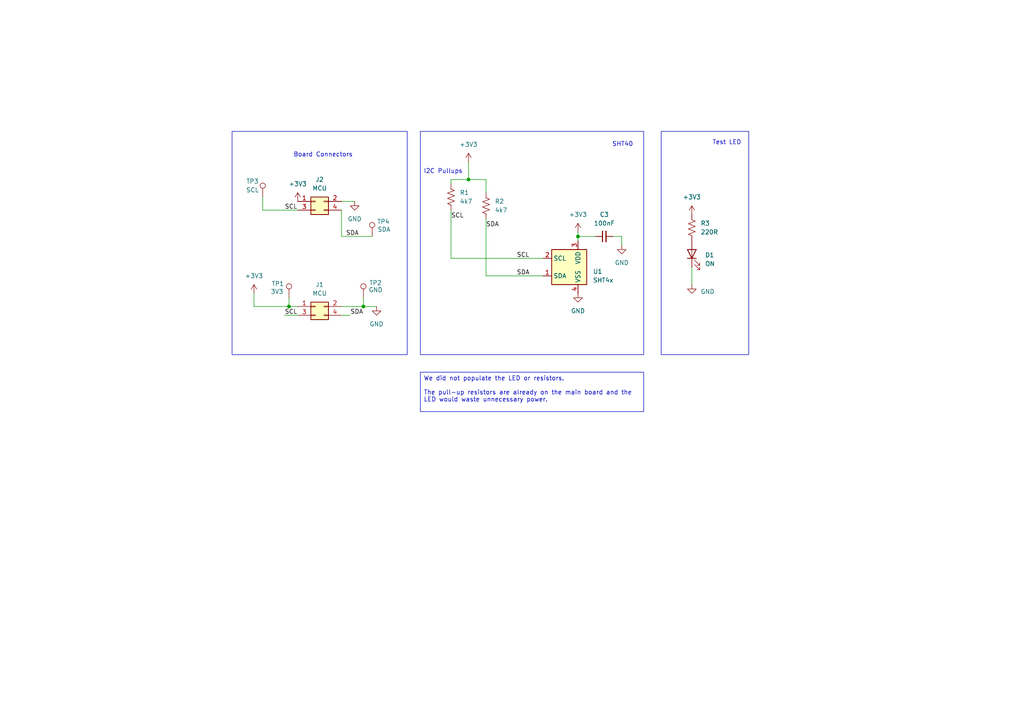
<source format=kicad_sch>
(kicad_sch
	(version 20231120)
	(generator "eeschema")
	(generator_version "8.0")
	(uuid "0e0375ac-08e4-40c3-89b5-e06aacaadd80")
	(paper "A4")
	(title_block
		(title "SHT40 Board")
		(date "2025-05-13")
	)
	(lib_symbols
		(symbol "Connector:TestPoint"
			(pin_numbers hide)
			(pin_names
				(offset 0.762) hide)
			(exclude_from_sim no)
			(in_bom yes)
			(on_board yes)
			(property "Reference" "TP"
				(at 0 6.858 0)
				(effects
					(font
						(size 1.27 1.27)
					)
				)
			)
			(property "Value" "TestPoint"
				(at 0 5.08 0)
				(effects
					(font
						(size 1.27 1.27)
					)
				)
			)
			(property "Footprint" ""
				(at 5.08 0 0)
				(effects
					(font
						(size 1.27 1.27)
					)
					(hide yes)
				)
			)
			(property "Datasheet" "~"
				(at 5.08 0 0)
				(effects
					(font
						(size 1.27 1.27)
					)
					(hide yes)
				)
			)
			(property "Description" "test point"
				(at 0 0 0)
				(effects
					(font
						(size 1.27 1.27)
					)
					(hide yes)
				)
			)
			(property "ki_keywords" "test point tp"
				(at 0 0 0)
				(effects
					(font
						(size 1.27 1.27)
					)
					(hide yes)
				)
			)
			(property "ki_fp_filters" "Pin* Test*"
				(at 0 0 0)
				(effects
					(font
						(size 1.27 1.27)
					)
					(hide yes)
				)
			)
			(symbol "TestPoint_0_1"
				(circle
					(center 0 3.302)
					(radius 0.762)
					(stroke
						(width 0)
						(type default)
					)
					(fill
						(type none)
					)
				)
			)
			(symbol "TestPoint_1_1"
				(pin passive line
					(at 0 0 90)
					(length 2.54)
					(name "1"
						(effects
							(font
								(size 1.27 1.27)
							)
						)
					)
					(number "1"
						(effects
							(font
								(size 1.27 1.27)
							)
						)
					)
				)
			)
		)
		(symbol "Connector_Generic:Conn_02x02_Odd_Even"
			(pin_names
				(offset 1.016) hide)
			(exclude_from_sim no)
			(in_bom yes)
			(on_board yes)
			(property "Reference" "J"
				(at 1.27 2.54 0)
				(effects
					(font
						(size 1.27 1.27)
					)
				)
			)
			(property "Value" "Conn_02x02_Odd_Even"
				(at 1.27 -5.08 0)
				(effects
					(font
						(size 1.27 1.27)
					)
				)
			)
			(property "Footprint" ""
				(at 0 0 0)
				(effects
					(font
						(size 1.27 1.27)
					)
					(hide yes)
				)
			)
			(property "Datasheet" "~"
				(at 0 0 0)
				(effects
					(font
						(size 1.27 1.27)
					)
					(hide yes)
				)
			)
			(property "Description" "Generic connector, double row, 02x02, odd/even pin numbering scheme (row 1 odd numbers, row 2 even numbers), script generated (kicad-library-utils/schlib/autogen/connector/)"
				(at 0 0 0)
				(effects
					(font
						(size 1.27 1.27)
					)
					(hide yes)
				)
			)
			(property "ki_keywords" "connector"
				(at 0 0 0)
				(effects
					(font
						(size 1.27 1.27)
					)
					(hide yes)
				)
			)
			(property "ki_fp_filters" "Connector*:*_2x??_*"
				(at 0 0 0)
				(effects
					(font
						(size 1.27 1.27)
					)
					(hide yes)
				)
			)
			(symbol "Conn_02x02_Odd_Even_1_1"
				(rectangle
					(start -1.27 -2.413)
					(end 0 -2.667)
					(stroke
						(width 0.1524)
						(type default)
					)
					(fill
						(type none)
					)
				)
				(rectangle
					(start -1.27 0.127)
					(end 0 -0.127)
					(stroke
						(width 0.1524)
						(type default)
					)
					(fill
						(type none)
					)
				)
				(rectangle
					(start -1.27 1.27)
					(end 3.81 -3.81)
					(stroke
						(width 0.254)
						(type default)
					)
					(fill
						(type background)
					)
				)
				(rectangle
					(start 3.81 -2.413)
					(end 2.54 -2.667)
					(stroke
						(width 0.1524)
						(type default)
					)
					(fill
						(type none)
					)
				)
				(rectangle
					(start 3.81 0.127)
					(end 2.54 -0.127)
					(stroke
						(width 0.1524)
						(type default)
					)
					(fill
						(type none)
					)
				)
				(pin passive line
					(at -5.08 0 0)
					(length 3.81)
					(name "Pin_1"
						(effects
							(font
								(size 1.27 1.27)
							)
						)
					)
					(number "1"
						(effects
							(font
								(size 1.27 1.27)
							)
						)
					)
				)
				(pin passive line
					(at 7.62 0 180)
					(length 3.81)
					(name "Pin_2"
						(effects
							(font
								(size 1.27 1.27)
							)
						)
					)
					(number "2"
						(effects
							(font
								(size 1.27 1.27)
							)
						)
					)
				)
				(pin passive line
					(at -5.08 -2.54 0)
					(length 3.81)
					(name "Pin_3"
						(effects
							(font
								(size 1.27 1.27)
							)
						)
					)
					(number "3"
						(effects
							(font
								(size 1.27 1.27)
							)
						)
					)
				)
				(pin passive line
					(at 7.62 -2.54 180)
					(length 3.81)
					(name "Pin_4"
						(effects
							(font
								(size 1.27 1.27)
							)
						)
					)
					(number "4"
						(effects
							(font
								(size 1.27 1.27)
							)
						)
					)
				)
			)
		)
		(symbol "Device:C_Small"
			(pin_numbers hide)
			(pin_names
				(offset 0.254) hide)
			(exclude_from_sim no)
			(in_bom yes)
			(on_board yes)
			(property "Reference" "C"
				(at 0.254 1.778 0)
				(effects
					(font
						(size 1.27 1.27)
					)
					(justify left)
				)
			)
			(property "Value" "C_Small"
				(at 0.254 -2.032 0)
				(effects
					(font
						(size 1.27 1.27)
					)
					(justify left)
				)
			)
			(property "Footprint" ""
				(at 0 0 0)
				(effects
					(font
						(size 1.27 1.27)
					)
					(hide yes)
				)
			)
			(property "Datasheet" "~"
				(at 0 0 0)
				(effects
					(font
						(size 1.27 1.27)
					)
					(hide yes)
				)
			)
			(property "Description" "Unpolarized capacitor, small symbol"
				(at 0 0 0)
				(effects
					(font
						(size 1.27 1.27)
					)
					(hide yes)
				)
			)
			(property "ki_keywords" "capacitor cap"
				(at 0 0 0)
				(effects
					(font
						(size 1.27 1.27)
					)
					(hide yes)
				)
			)
			(property "ki_fp_filters" "C_*"
				(at 0 0 0)
				(effects
					(font
						(size 1.27 1.27)
					)
					(hide yes)
				)
			)
			(symbol "C_Small_0_1"
				(polyline
					(pts
						(xy -1.524 -0.508) (xy 1.524 -0.508)
					)
					(stroke
						(width 0.3302)
						(type default)
					)
					(fill
						(type none)
					)
				)
				(polyline
					(pts
						(xy -1.524 0.508) (xy 1.524 0.508)
					)
					(stroke
						(width 0.3048)
						(type default)
					)
					(fill
						(type none)
					)
				)
			)
			(symbol "C_Small_1_1"
				(pin passive line
					(at 0 2.54 270)
					(length 2.032)
					(name "~"
						(effects
							(font
								(size 1.27 1.27)
							)
						)
					)
					(number "1"
						(effects
							(font
								(size 1.27 1.27)
							)
						)
					)
				)
				(pin passive line
					(at 0 -2.54 90)
					(length 2.032)
					(name "~"
						(effects
							(font
								(size 1.27 1.27)
							)
						)
					)
					(number "2"
						(effects
							(font
								(size 1.27 1.27)
							)
						)
					)
				)
			)
		)
		(symbol "Device:LED"
			(pin_numbers hide)
			(pin_names
				(offset 1.016) hide)
			(exclude_from_sim no)
			(in_bom yes)
			(on_board yes)
			(property "Reference" "D"
				(at 0 2.54 0)
				(effects
					(font
						(size 1.27 1.27)
					)
				)
			)
			(property "Value" "LED"
				(at 0 -2.54 0)
				(effects
					(font
						(size 1.27 1.27)
					)
				)
			)
			(property "Footprint" ""
				(at 0 0 0)
				(effects
					(font
						(size 1.27 1.27)
					)
					(hide yes)
				)
			)
			(property "Datasheet" "~"
				(at 0 0 0)
				(effects
					(font
						(size 1.27 1.27)
					)
					(hide yes)
				)
			)
			(property "Description" "Light emitting diode"
				(at 0 0 0)
				(effects
					(font
						(size 1.27 1.27)
					)
					(hide yes)
				)
			)
			(property "ki_keywords" "LED diode"
				(at 0 0 0)
				(effects
					(font
						(size 1.27 1.27)
					)
					(hide yes)
				)
			)
			(property "ki_fp_filters" "LED* LED_SMD:* LED_THT:*"
				(at 0 0 0)
				(effects
					(font
						(size 1.27 1.27)
					)
					(hide yes)
				)
			)
			(symbol "LED_0_1"
				(polyline
					(pts
						(xy -1.27 -1.27) (xy -1.27 1.27)
					)
					(stroke
						(width 0.254)
						(type default)
					)
					(fill
						(type none)
					)
				)
				(polyline
					(pts
						(xy -1.27 0) (xy 1.27 0)
					)
					(stroke
						(width 0)
						(type default)
					)
					(fill
						(type none)
					)
				)
				(polyline
					(pts
						(xy 1.27 -1.27) (xy 1.27 1.27) (xy -1.27 0) (xy 1.27 -1.27)
					)
					(stroke
						(width 0.254)
						(type default)
					)
					(fill
						(type none)
					)
				)
				(polyline
					(pts
						(xy -3.048 -0.762) (xy -4.572 -2.286) (xy -3.81 -2.286) (xy -4.572 -2.286) (xy -4.572 -1.524)
					)
					(stroke
						(width 0)
						(type default)
					)
					(fill
						(type none)
					)
				)
				(polyline
					(pts
						(xy -1.778 -0.762) (xy -3.302 -2.286) (xy -2.54 -2.286) (xy -3.302 -2.286) (xy -3.302 -1.524)
					)
					(stroke
						(width 0)
						(type default)
					)
					(fill
						(type none)
					)
				)
			)
			(symbol "LED_1_1"
				(pin passive line
					(at -3.81 0 0)
					(length 2.54)
					(name "K"
						(effects
							(font
								(size 1.27 1.27)
							)
						)
					)
					(number "1"
						(effects
							(font
								(size 1.27 1.27)
							)
						)
					)
				)
				(pin passive line
					(at 3.81 0 180)
					(length 2.54)
					(name "A"
						(effects
							(font
								(size 1.27 1.27)
							)
						)
					)
					(number "2"
						(effects
							(font
								(size 1.27 1.27)
							)
						)
					)
				)
			)
		)
		(symbol "Device:R_US"
			(pin_numbers hide)
			(pin_names
				(offset 0)
			)
			(exclude_from_sim no)
			(in_bom yes)
			(on_board yes)
			(property "Reference" "R"
				(at 2.54 0 90)
				(effects
					(font
						(size 1.27 1.27)
					)
				)
			)
			(property "Value" "R_US"
				(at -2.54 0 90)
				(effects
					(font
						(size 1.27 1.27)
					)
				)
			)
			(property "Footprint" ""
				(at 1.016 -0.254 90)
				(effects
					(font
						(size 1.27 1.27)
					)
					(hide yes)
				)
			)
			(property "Datasheet" "~"
				(at 0 0 0)
				(effects
					(font
						(size 1.27 1.27)
					)
					(hide yes)
				)
			)
			(property "Description" "Resistor, US symbol"
				(at 0 0 0)
				(effects
					(font
						(size 1.27 1.27)
					)
					(hide yes)
				)
			)
			(property "ki_keywords" "R res resistor"
				(at 0 0 0)
				(effects
					(font
						(size 1.27 1.27)
					)
					(hide yes)
				)
			)
			(property "ki_fp_filters" "R_*"
				(at 0 0 0)
				(effects
					(font
						(size 1.27 1.27)
					)
					(hide yes)
				)
			)
			(symbol "R_US_0_1"
				(polyline
					(pts
						(xy 0 -2.286) (xy 0 -2.54)
					)
					(stroke
						(width 0)
						(type default)
					)
					(fill
						(type none)
					)
				)
				(polyline
					(pts
						(xy 0 2.286) (xy 0 2.54)
					)
					(stroke
						(width 0)
						(type default)
					)
					(fill
						(type none)
					)
				)
				(polyline
					(pts
						(xy 0 -0.762) (xy 1.016 -1.143) (xy 0 -1.524) (xy -1.016 -1.905) (xy 0 -2.286)
					)
					(stroke
						(width 0)
						(type default)
					)
					(fill
						(type none)
					)
				)
				(polyline
					(pts
						(xy 0 0.762) (xy 1.016 0.381) (xy 0 0) (xy -1.016 -0.381) (xy 0 -0.762)
					)
					(stroke
						(width 0)
						(type default)
					)
					(fill
						(type none)
					)
				)
				(polyline
					(pts
						(xy 0 2.286) (xy 1.016 1.905) (xy 0 1.524) (xy -1.016 1.143) (xy 0 0.762)
					)
					(stroke
						(width 0)
						(type default)
					)
					(fill
						(type none)
					)
				)
			)
			(symbol "R_US_1_1"
				(pin passive line
					(at 0 3.81 270)
					(length 1.27)
					(name "~"
						(effects
							(font
								(size 1.27 1.27)
							)
						)
					)
					(number "1"
						(effects
							(font
								(size 1.27 1.27)
							)
						)
					)
				)
				(pin passive line
					(at 0 -3.81 90)
					(length 1.27)
					(name "~"
						(effects
							(font
								(size 1.27 1.27)
							)
						)
					)
					(number "2"
						(effects
							(font
								(size 1.27 1.27)
							)
						)
					)
				)
			)
		)
		(symbol "Sensor_Humidity:SHT4x"
			(exclude_from_sim no)
			(in_bom yes)
			(on_board yes)
			(property "Reference" "U"
				(at 0 8.89 0)
				(effects
					(font
						(size 1.27 1.27)
					)
					(justify right)
				)
			)
			(property "Value" "SHT4x"
				(at 0 6.35 0)
				(effects
					(font
						(size 1.27 1.27)
					)
					(justify right)
				)
			)
			(property "Footprint" "Sensor_Humidity:Sensirion_DFN-4_1.5x1.5mm_P0.8mm_SHT4x_NoCentralPad"
				(at 3.81 -6.35 0)
				(effects
					(font
						(size 1.27 1.27)
					)
					(justify left)
					(hide yes)
				)
			)
			(property "Datasheet" "https://sensirion.com/media/documents/33FD6951/624C4357/Datasheet_SHT4x.pdf"
				(at 3.81 -8.89 0)
				(effects
					(font
						(size 1.27 1.27)
					)
					(justify left)
					(hide yes)
				)
			)
			(property "Description" "Digital Humidity and Temperature Sensor, ±1%RH, ±0.1°C, I2C, 1.08-3.6V, 16bit, DFN-4"
				(at 0 0 0)
				(effects
					(font
						(size 1.27 1.27)
					)
					(hide yes)
				)
			)
			(property "ki_keywords" "Sensirion environment environmental measurement digital SHT40 SHT41 SHT45"
				(at 0 0 0)
				(effects
					(font
						(size 1.27 1.27)
					)
					(hide yes)
				)
			)
			(property "ki_fp_filters" "Sensirion?DFN*1.5x1.5mm*P0.8mm*SHT4x*"
				(at 0 0 0)
				(effects
					(font
						(size 1.27 1.27)
					)
					(hide yes)
				)
			)
			(symbol "SHT4x_1_1"
				(rectangle
					(start -5.08 5.08)
					(end 5.08 -5.08)
					(stroke
						(width 0.254)
						(type default)
					)
					(fill
						(type background)
					)
				)
				(pin bidirectional line
					(at -7.62 -2.54 0)
					(length 2.54)
					(name "SDA"
						(effects
							(font
								(size 1.27 1.27)
							)
						)
					)
					(number "1"
						(effects
							(font
								(size 1.27 1.27)
							)
						)
					)
				)
				(pin input line
					(at -7.62 2.54 0)
					(length 2.54)
					(name "SCL"
						(effects
							(font
								(size 1.27 1.27)
							)
						)
					)
					(number "2"
						(effects
							(font
								(size 1.27 1.27)
							)
						)
					)
				)
				(pin power_in line
					(at 2.54 7.62 270)
					(length 2.54)
					(name "VDD"
						(effects
							(font
								(size 1.27 1.27)
							)
						)
					)
					(number "3"
						(effects
							(font
								(size 1.27 1.27)
							)
						)
					)
				)
				(pin power_in line
					(at 2.54 -7.62 90)
					(length 2.54)
					(name "VSS"
						(effects
							(font
								(size 1.27 1.27)
							)
						)
					)
					(number "4"
						(effects
							(font
								(size 1.27 1.27)
							)
						)
					)
				)
			)
		)
		(symbol "power:+3V3"
			(power)
			(pin_numbers hide)
			(pin_names
				(offset 0) hide)
			(exclude_from_sim no)
			(in_bom yes)
			(on_board yes)
			(property "Reference" "#PWR"
				(at 0 -3.81 0)
				(effects
					(font
						(size 1.27 1.27)
					)
					(hide yes)
				)
			)
			(property "Value" "+3V3"
				(at 0 3.556 0)
				(effects
					(font
						(size 1.27 1.27)
					)
				)
			)
			(property "Footprint" ""
				(at 0 0 0)
				(effects
					(font
						(size 1.27 1.27)
					)
					(hide yes)
				)
			)
			(property "Datasheet" ""
				(at 0 0 0)
				(effects
					(font
						(size 1.27 1.27)
					)
					(hide yes)
				)
			)
			(property "Description" "Power symbol creates a global label with name \"+3V3\""
				(at 0 0 0)
				(effects
					(font
						(size 1.27 1.27)
					)
					(hide yes)
				)
			)
			(property "ki_keywords" "global power"
				(at 0 0 0)
				(effects
					(font
						(size 1.27 1.27)
					)
					(hide yes)
				)
			)
			(symbol "+3V3_0_1"
				(polyline
					(pts
						(xy -0.762 1.27) (xy 0 2.54)
					)
					(stroke
						(width 0)
						(type default)
					)
					(fill
						(type none)
					)
				)
				(polyline
					(pts
						(xy 0 0) (xy 0 2.54)
					)
					(stroke
						(width 0)
						(type default)
					)
					(fill
						(type none)
					)
				)
				(polyline
					(pts
						(xy 0 2.54) (xy 0.762 1.27)
					)
					(stroke
						(width 0)
						(type default)
					)
					(fill
						(type none)
					)
				)
			)
			(symbol "+3V3_1_1"
				(pin power_in line
					(at 0 0 90)
					(length 0)
					(name "~"
						(effects
							(font
								(size 1.27 1.27)
							)
						)
					)
					(number "1"
						(effects
							(font
								(size 1.27 1.27)
							)
						)
					)
				)
			)
		)
		(symbol "power:GND"
			(power)
			(pin_numbers hide)
			(pin_names
				(offset 0) hide)
			(exclude_from_sim no)
			(in_bom yes)
			(on_board yes)
			(property "Reference" "#PWR"
				(at 0 -6.35 0)
				(effects
					(font
						(size 1.27 1.27)
					)
					(hide yes)
				)
			)
			(property "Value" "GND"
				(at 0 -3.81 0)
				(effects
					(font
						(size 1.27 1.27)
					)
				)
			)
			(property "Footprint" ""
				(at 0 0 0)
				(effects
					(font
						(size 1.27 1.27)
					)
					(hide yes)
				)
			)
			(property "Datasheet" ""
				(at 0 0 0)
				(effects
					(font
						(size 1.27 1.27)
					)
					(hide yes)
				)
			)
			(property "Description" "Power symbol creates a global label with name \"GND\" , ground"
				(at 0 0 0)
				(effects
					(font
						(size 1.27 1.27)
					)
					(hide yes)
				)
			)
			(property "ki_keywords" "global power"
				(at 0 0 0)
				(effects
					(font
						(size 1.27 1.27)
					)
					(hide yes)
				)
			)
			(symbol "GND_0_1"
				(polyline
					(pts
						(xy 0 0) (xy 0 -1.27) (xy 1.27 -1.27) (xy 0 -2.54) (xy -1.27 -1.27) (xy 0 -1.27)
					)
					(stroke
						(width 0)
						(type default)
					)
					(fill
						(type none)
					)
				)
			)
			(symbol "GND_1_1"
				(pin power_in line
					(at 0 0 270)
					(length 0)
					(name "~"
						(effects
							(font
								(size 1.27 1.27)
							)
						)
					)
					(number "1"
						(effects
							(font
								(size 1.27 1.27)
							)
						)
					)
				)
			)
		)
	)
	(junction
		(at 135.89 52.07)
		(diameter 0)
		(color 0 0 0 0)
		(uuid "77f2bae5-5923-4361-9338-916f9cf8ba3b")
	)
	(junction
		(at 167.64 68.58)
		(diameter 0)
		(color 0 0 0 0)
		(uuid "7949ee70-dc3b-470a-9382-a6f23eeefd9f")
	)
	(junction
		(at 83.82 88.9)
		(diameter 0)
		(color 0 0 0 0)
		(uuid "c28d413f-7fbb-4ae5-9e4d-cac71964a91d")
	)
	(junction
		(at 105.41 88.9)
		(diameter 0)
		(color 0 0 0 0)
		(uuid "fec7e77a-6782-49e2-a992-ff7bbed43ec7")
	)
	(wire
		(pts
			(xy 99.06 68.58) (xy 107.95 68.58)
		)
		(stroke
			(width 0)
			(type default)
		)
		(uuid "02f5d2d3-b5ae-47cf-b9f6-6fba17f83873")
	)
	(wire
		(pts
			(xy 105.41 88.9) (xy 105.41 86.36)
		)
		(stroke
			(width 0)
			(type default)
		)
		(uuid "05edb394-8c08-49e0-b4be-c22d70e37a02")
	)
	(wire
		(pts
			(xy 167.64 67.31) (xy 167.64 68.58)
		)
		(stroke
			(width 0)
			(type default)
		)
		(uuid "0e4d8f02-cd37-4494-8245-45d700cc4210")
	)
	(wire
		(pts
			(xy 101.6 91.44) (xy 99.06 91.44)
		)
		(stroke
			(width 0)
			(type default)
		)
		(uuid "0ed448ae-bdd4-4275-b060-69c9a88bc2e7")
	)
	(wire
		(pts
			(xy 167.64 68.58) (xy 167.64 69.85)
		)
		(stroke
			(width 0)
			(type default)
		)
		(uuid "1bf8ecf2-0aa7-4360-b330-c5b868d326a4")
	)
	(wire
		(pts
			(xy 73.66 88.9) (xy 73.66 85.09)
		)
		(stroke
			(width 0)
			(type default)
		)
		(uuid "31dd8ba4-3f80-4eb2-b5fc-65e0b0ca8a2e")
	)
	(wire
		(pts
			(xy 140.97 52.07) (xy 140.97 55.88)
		)
		(stroke
			(width 0)
			(type default)
		)
		(uuid "3b01b3d9-e1ea-4f96-a3f8-994fe9cc61dd")
	)
	(wire
		(pts
			(xy 130.81 74.93) (xy 157.48 74.93)
		)
		(stroke
			(width 0)
			(type default)
		)
		(uuid "4600f7c5-28d7-4231-bb7b-4152022d8faa")
	)
	(wire
		(pts
			(xy 82.55 91.44) (xy 86.36 91.44)
		)
		(stroke
			(width 0)
			(type default)
		)
		(uuid "46baa7a7-f3a8-495f-892e-7a6be8d1425b")
	)
	(wire
		(pts
			(xy 135.89 52.07) (xy 140.97 52.07)
		)
		(stroke
			(width 0)
			(type default)
		)
		(uuid "58942959-2b86-4d60-b5b2-8846e7e3a37e")
	)
	(wire
		(pts
			(xy 135.89 46.99) (xy 135.89 52.07)
		)
		(stroke
			(width 0)
			(type default)
		)
		(uuid "599ba3b4-df30-4cf1-ad8d-e3416210e14a")
	)
	(wire
		(pts
			(xy 105.41 88.9) (xy 109.22 88.9)
		)
		(stroke
			(width 0)
			(type default)
		)
		(uuid "5a03ab9c-f79c-434c-a7a0-250b84ef13aa")
	)
	(wire
		(pts
			(xy 177.8 68.58) (xy 180.34 68.58)
		)
		(stroke
			(width 0)
			(type default)
		)
		(uuid "5c079aed-16e9-4676-b6e9-76d973f57fa5")
	)
	(wire
		(pts
			(xy 140.97 63.5) (xy 140.97 80.01)
		)
		(stroke
			(width 0)
			(type default)
		)
		(uuid "61d12594-e497-434e-b7bc-5f45c4dde7cf")
	)
	(wire
		(pts
			(xy 76.2 60.96) (xy 76.2 57.15)
		)
		(stroke
			(width 0)
			(type default)
		)
		(uuid "6d751cfd-ccbb-4466-82d1-5a117fa417dd")
	)
	(wire
		(pts
			(xy 102.87 58.42) (xy 99.06 58.42)
		)
		(stroke
			(width 0)
			(type default)
		)
		(uuid "83c3a324-b4fb-4cb1-9dd3-be0921391d89")
	)
	(wire
		(pts
			(xy 167.64 68.58) (xy 172.72 68.58)
		)
		(stroke
			(width 0)
			(type default)
		)
		(uuid "85ede497-5078-4c2e-a089-880e29e23dcd")
	)
	(wire
		(pts
			(xy 99.06 68.58) (xy 99.06 60.96)
		)
		(stroke
			(width 0)
			(type default)
		)
		(uuid "87637dca-3c02-47ef-b1c5-efd4b1915c1d")
	)
	(wire
		(pts
			(xy 86.36 88.9) (xy 83.82 88.9)
		)
		(stroke
			(width 0)
			(type default)
		)
		(uuid "8a3cd3f1-145e-41ba-97e5-1929967a33e7")
	)
	(wire
		(pts
			(xy 140.97 80.01) (xy 157.48 80.01)
		)
		(stroke
			(width 0)
			(type default)
		)
		(uuid "99901bf4-3ae6-4419-abc4-bb3b9631a637")
	)
	(wire
		(pts
			(xy 180.34 68.58) (xy 180.34 71.12)
		)
		(stroke
			(width 0)
			(type default)
		)
		(uuid "9dae4f5b-1b86-4923-bf88-9a348aca9981")
	)
	(wire
		(pts
			(xy 130.81 52.07) (xy 135.89 52.07)
		)
		(stroke
			(width 0)
			(type default)
		)
		(uuid "ae5c037a-caf9-450f-9b14-9bdd3e811cc4")
	)
	(wire
		(pts
			(xy 130.81 52.07) (xy 130.81 53.34)
		)
		(stroke
			(width 0)
			(type default)
		)
		(uuid "b1caed15-d95c-4efb-b790-ea7d832fc57b")
	)
	(wire
		(pts
			(xy 83.82 88.9) (xy 83.82 86.36)
		)
		(stroke
			(width 0)
			(type default)
		)
		(uuid "b3d2010b-3c11-4cbb-b21c-6055f4caeb77")
	)
	(wire
		(pts
			(xy 99.06 88.9) (xy 105.41 88.9)
		)
		(stroke
			(width 0)
			(type default)
		)
		(uuid "d3e3c00f-e08e-459a-97a7-9320d7d9a40e")
	)
	(wire
		(pts
			(xy 76.2 60.96) (xy 86.36 60.96)
		)
		(stroke
			(width 0)
			(type default)
		)
		(uuid "e217f396-b749-4476-b0ce-889a8ae1bb05")
	)
	(wire
		(pts
			(xy 200.66 82.55) (xy 200.66 77.47)
		)
		(stroke
			(width 0)
			(type default)
		)
		(uuid "ef41bef5-32c3-4963-a52a-a7e627de5181")
	)
	(wire
		(pts
			(xy 130.81 60.96) (xy 130.81 74.93)
		)
		(stroke
			(width 0)
			(type default)
		)
		(uuid "f02785fe-c2d6-4d4b-a7a1-8c7bf9c5bd78")
	)
	(wire
		(pts
			(xy 83.82 88.9) (xy 73.66 88.9)
		)
		(stroke
			(width 0)
			(type default)
		)
		(uuid "f3f33cdd-6c1b-41b3-a272-2cbd15c480fe")
	)
	(rectangle
		(start 191.77 38.1)
		(end 217.17 102.87)
		(stroke
			(width 0)
			(type default)
		)
		(fill
			(type none)
		)
		(uuid 20606ab2-c070-445a-82ca-c404150f9889)
	)
	(rectangle
		(start 67.31 38.1)
		(end 118.11 102.87)
		(stroke
			(width 0)
			(type default)
		)
		(fill
			(type none)
		)
		(uuid 266d78f5-3f53-4d42-a45d-70ea9884110a)
	)
	(rectangle
		(start 121.92 38.1)
		(end 186.69 102.87)
		(stroke
			(width 0)
			(type default)
		)
		(fill
			(type none)
		)
		(uuid 9c020556-4e41-47fb-86bd-c89320348001)
	)
	(text_box "We did not populate the LED or resistors.\n\nThe pull-up resistors are already on the main board and the LED would waste unnecessary power."
		(exclude_from_sim no)
		(at 121.92 107.95 0)
		(size 64.77 11.43)
		(stroke
			(width 0)
			(type default)
		)
		(fill
			(type none)
		)
		(effects
			(font
				(size 1.27 1.27)
			)
			(justify left top)
		)
		(uuid "5ceb15a3-2069-4db9-bf39-a2274fd0ab2d")
	)
	(text "I2C Pullups"
		(exclude_from_sim no)
		(at 128.524 49.784 0)
		(effects
			(font
				(size 1.27 1.27)
			)
		)
		(uuid "23112030-6162-4f10-99b4-b177430cd82a")
	)
	(text "Test LED"
		(exclude_from_sim no)
		(at 210.82 41.402 0)
		(effects
			(font
				(size 1.27 1.27)
			)
		)
		(uuid "47cda8a7-d5ba-45c3-90e7-8dff5782e3ff")
	)
	(text "SHT40"
		(exclude_from_sim no)
		(at 180.594 41.91 0)
		(effects
			(font
				(size 1.27 1.27)
			)
		)
		(uuid "a53eff7a-c6b7-4910-8a41-37a072860e91")
	)
	(text "Board Connectors"
		(exclude_from_sim no)
		(at 93.726 44.958 0)
		(effects
			(font
				(size 1.27 1.27)
			)
		)
		(uuid "ff5a9f08-cffd-442c-8c00-8ce45f7fc7bb")
	)
	(label "SCL"
		(at 149.86 74.93 0)
		(effects
			(font
				(size 1.27 1.27)
			)
			(justify left bottom)
		)
		(uuid "2d779459-60dd-4681-a138-d247745103e5")
	)
	(label "SDA"
		(at 100.33 68.58 0)
		(effects
			(font
				(size 1.27 1.27)
			)
			(justify left bottom)
		)
		(uuid "3da20d22-4e61-4327-b81d-eab6dcc46eaa")
	)
	(label "SCL"
		(at 82.55 60.96 0)
		(effects
			(font
				(size 1.27 1.27)
			)
			(justify left bottom)
		)
		(uuid "3eead485-45ae-47f3-8e3c-6612d118fb0f")
	)
	(label "SDA"
		(at 140.97 66.04 0)
		(effects
			(font
				(size 1.27 1.27)
			)
			(justify left bottom)
		)
		(uuid "5257098e-ce1e-42e3-abcf-6f766a166d16")
	)
	(label "SCL"
		(at 82.55 91.44 0)
		(effects
			(font
				(size 1.27 1.27)
			)
			(justify left bottom)
		)
		(uuid "5d64be56-16f2-4aaf-8443-9ec541cfaf6a")
	)
	(label "SCL"
		(at 130.81 63.5 0)
		(effects
			(font
				(size 1.27 1.27)
			)
			(justify left bottom)
		)
		(uuid "c6b5bd4c-fcf4-4743-85f5-493bf566453f")
	)
	(label "SDA"
		(at 149.86 80.01 0)
		(effects
			(font
				(size 1.27 1.27)
			)
			(justify left bottom)
		)
		(uuid "cb7dfb29-8b07-4bcb-89d9-28f58c237cf4")
	)
	(label "SDA"
		(at 101.6 91.44 0)
		(effects
			(font
				(size 1.27 1.27)
			)
			(justify left bottom)
		)
		(uuid "e5920c4a-58c0-420b-956d-c480bdd6333e")
	)
	(symbol
		(lib_id "power:GND")
		(at 200.66 82.55 0)
		(unit 1)
		(exclude_from_sim no)
		(in_bom yes)
		(on_board yes)
		(dnp no)
		(uuid "124510bb-6867-4565-b9cf-93a3b1a9939c")
		(property "Reference" "#PWR07"
			(at 200.66 88.9 0)
			(effects
				(font
					(size 1.27 1.27)
				)
				(hide yes)
			)
		)
		(property "Value" "GND"
			(at 205.232 84.582 0)
			(effects
				(font
					(size 1.27 1.27)
				)
			)
		)
		(property "Footprint" ""
			(at 200.66 82.55 0)
			(effects
				(font
					(size 1.27 1.27)
				)
				(hide yes)
			)
		)
		(property "Datasheet" ""
			(at 200.66 82.55 0)
			(effects
				(font
					(size 1.27 1.27)
				)
				(hide yes)
			)
		)
		(property "Description" "Power symbol creates a global label with name \"GND\" , ground"
			(at 200.66 82.55 0)
			(effects
				(font
					(size 1.27 1.27)
				)
				(hide yes)
			)
		)
		(pin "1"
			(uuid "8cee1915-d531-4fbf-abd0-fc2c7d633301")
		)
		(instances
			(project "sensorboard"
				(path "/0e0375ac-08e4-40c3-89b5-e06aacaadd80"
					(reference "#PWR07")
					(unit 1)
				)
			)
		)
	)
	(symbol
		(lib_id "power:GND")
		(at 167.64 85.09 0)
		(unit 1)
		(exclude_from_sim no)
		(in_bom yes)
		(on_board yes)
		(dnp no)
		(fields_autoplaced yes)
		(uuid "13601de2-012c-454c-89b8-bd1bfeda49f7")
		(property "Reference" "#PWR017"
			(at 167.64 91.44 0)
			(effects
				(font
					(size 1.27 1.27)
				)
				(hide yes)
			)
		)
		(property "Value" "GND"
			(at 167.64 90.17 0)
			(effects
				(font
					(size 1.27 1.27)
				)
			)
		)
		(property "Footprint" ""
			(at 167.64 85.09 0)
			(effects
				(font
					(size 1.27 1.27)
				)
				(hide yes)
			)
		)
		(property "Datasheet" ""
			(at 167.64 85.09 0)
			(effects
				(font
					(size 1.27 1.27)
				)
				(hide yes)
			)
		)
		(property "Description" "Power symbol creates a global label with name \"GND\" , ground"
			(at 167.64 85.09 0)
			(effects
				(font
					(size 1.27 1.27)
				)
				(hide yes)
			)
		)
		(pin "1"
			(uuid "012b4a87-ae36-4927-be45-e76533e870be")
		)
		(instances
			(project "sensorboard"
				(path "/0e0375ac-08e4-40c3-89b5-e06aacaadd80"
					(reference "#PWR017")
					(unit 1)
				)
			)
		)
	)
	(symbol
		(lib_id "Device:R_US")
		(at 130.81 57.15 180)
		(unit 1)
		(exclude_from_sim no)
		(in_bom yes)
		(on_board yes)
		(dnp no)
		(uuid "1844e084-1f40-4b24-a854-5461238cb92c")
		(property "Reference" "R1"
			(at 133.35 55.8799 0)
			(effects
				(font
					(size 1.27 1.27)
				)
				(justify right)
			)
		)
		(property "Value" "4k7"
			(at 133.35 58.4199 0)
			(effects
				(font
					(size 1.27 1.27)
				)
				(justify right)
			)
		)
		(property "Footprint" "Resistor_SMD:R_0805_2012Metric_Pad1.20x1.40mm_HandSolder"
			(at 129.794 56.896 90)
			(effects
				(font
					(size 1.27 1.27)
				)
				(hide yes)
			)
		)
		(property "Datasheet" "~"
			(at 130.81 57.15 0)
			(effects
				(font
					(size 1.27 1.27)
				)
				(hide yes)
			)
		)
		(property "Description" "Resistor, US symbol"
			(at 130.81 57.15 0)
			(effects
				(font
					(size 1.27 1.27)
				)
				(hide yes)
			)
		)
		(pin "1"
			(uuid "816cce8f-232e-4966-88e0-9f3ce39c24d2")
		)
		(pin "2"
			(uuid "8269aa13-0c06-4952-a302-05d545d892fc")
		)
		(instances
			(project "sensorboard"
				(path "/0e0375ac-08e4-40c3-89b5-e06aacaadd80"
					(reference "R1")
					(unit 1)
				)
			)
		)
	)
	(symbol
		(lib_id "power:GND")
		(at 180.34 71.12 0)
		(unit 1)
		(exclude_from_sim no)
		(in_bom yes)
		(on_board yes)
		(dnp no)
		(fields_autoplaced yes)
		(uuid "191d6067-15b4-4cf2-8cf1-0098db9995d8")
		(property "Reference" "#PWR020"
			(at 180.34 77.47 0)
			(effects
				(font
					(size 1.27 1.27)
				)
				(hide yes)
			)
		)
		(property "Value" "GND"
			(at 180.34 76.2 0)
			(effects
				(font
					(size 1.27 1.27)
				)
			)
		)
		(property "Footprint" ""
			(at 180.34 71.12 0)
			(effects
				(font
					(size 1.27 1.27)
				)
				(hide yes)
			)
		)
		(property "Datasheet" ""
			(at 180.34 71.12 0)
			(effects
				(font
					(size 1.27 1.27)
				)
				(hide yes)
			)
		)
		(property "Description" "Power symbol creates a global label with name \"GND\" , ground"
			(at 180.34 71.12 0)
			(effects
				(font
					(size 1.27 1.27)
				)
				(hide yes)
			)
		)
		(pin "1"
			(uuid "fbcf0c9b-7c9a-4727-acdd-4fad830bfead")
		)
		(instances
			(project "sensorboard"
				(path "/0e0375ac-08e4-40c3-89b5-e06aacaadd80"
					(reference "#PWR020")
					(unit 1)
				)
			)
		)
	)
	(symbol
		(lib_id "Device:LED")
		(at 200.66 73.66 90)
		(unit 1)
		(exclude_from_sim no)
		(in_bom yes)
		(on_board yes)
		(dnp no)
		(fields_autoplaced yes)
		(uuid "1ac7965b-a7cc-4409-9fc8-582c40bf2d8a")
		(property "Reference" "D1"
			(at 204.47 73.9774 90)
			(effects
				(font
					(size 1.27 1.27)
				)
				(justify right)
			)
		)
		(property "Value" "ON"
			(at 204.47 76.5174 90)
			(effects
				(font
					(size 1.27 1.27)
				)
				(justify right)
			)
		)
		(property "Footprint" "LED_SMD:LED_0805_2012Metric_Pad1.15x1.40mm_HandSolder"
			(at 200.66 73.66 0)
			(effects
				(font
					(size 1.27 1.27)
				)
				(hide yes)
			)
		)
		(property "Datasheet" "~"
			(at 200.66 73.66 0)
			(effects
				(font
					(size 1.27 1.27)
				)
				(hide yes)
			)
		)
		(property "Description" "Light emitting diode - HSMG-C170"
			(at 200.66 73.66 0)
			(effects
				(font
					(size 1.27 1.27)
				)
				(hide yes)
			)
		)
		(pin "1"
			(uuid "204d86bb-c6ef-4303-8856-d07f971afff8")
		)
		(pin "2"
			(uuid "86a30afb-b431-4ac9-b1d8-a5cf7f3fddb5")
		)
		(instances
			(project "sensorboard"
				(path "/0e0375ac-08e4-40c3-89b5-e06aacaadd80"
					(reference "D1")
					(unit 1)
				)
			)
		)
	)
	(symbol
		(lib_id "power:+3V3")
		(at 167.64 67.31 0)
		(unit 1)
		(exclude_from_sim no)
		(in_bom yes)
		(on_board yes)
		(dnp no)
		(uuid "1b575fc4-2e26-4791-9176-ce92d89975dd")
		(property "Reference" "#PWR016"
			(at 167.64 71.12 0)
			(effects
				(font
					(size 1.27 1.27)
				)
				(hide yes)
			)
		)
		(property "Value" "+3V3"
			(at 167.64 62.23 0)
			(effects
				(font
					(size 1.27 1.27)
				)
			)
		)
		(property "Footprint" ""
			(at 167.64 67.31 0)
			(effects
				(font
					(size 1.27 1.27)
				)
				(hide yes)
			)
		)
		(property "Datasheet" ""
			(at 167.64 67.31 0)
			(effects
				(font
					(size 1.27 1.27)
				)
				(hide yes)
			)
		)
		(property "Description" "Power symbol creates a global label with name \"+3V3\""
			(at 167.64 67.31 0)
			(effects
				(font
					(size 1.27 1.27)
				)
				(hide yes)
			)
		)
		(pin "1"
			(uuid "53668b14-7fb1-4a04-80ae-f940eb172588")
		)
		(instances
			(project "sensorboard"
				(path "/0e0375ac-08e4-40c3-89b5-e06aacaadd80"
					(reference "#PWR016")
					(unit 1)
				)
			)
		)
	)
	(symbol
		(lib_id "Sensor_Humidity:SHT4x")
		(at 165.1 77.47 0)
		(unit 1)
		(exclude_from_sim no)
		(in_bom yes)
		(on_board yes)
		(dnp no)
		(uuid "2b7e04d7-64cd-4b3d-a519-ac2024b4af09")
		(property "Reference" "U1"
			(at 171.958 78.74 0)
			(effects
				(font
					(size 1.27 1.27)
				)
				(justify left)
			)
		)
		(property "Value" "SHT4x"
			(at 171.958 81.28 0)
			(effects
				(font
					(size 1.27 1.27)
				)
				(justify left)
			)
		)
		(property "Footprint" "Sensor_Humidity:Sensirion_DFN-4_1.5x1.5mm_P0.8mm_SHT4x_NoCentralPad"
			(at 168.91 83.82 0)
			(effects
				(font
					(size 1.27 1.27)
				)
				(justify left)
				(hide yes)
			)
		)
		(property "Datasheet" "https://sensirion.com/media/documents/33FD6951/624C4357/Datasheet_SHT4x.pdf"
			(at 168.91 86.36 0)
			(effects
				(font
					(size 1.27 1.27)
				)
				(justify left)
				(hide yes)
			)
		)
		(property "Description" "Digital Humidity and Temperature Sensor, ±1%RH, ±0.1°C, I2C, 1.08-3.6V, 16bit, DFN-4"
			(at 165.1 77.47 0)
			(effects
				(font
					(size 1.27 1.27)
				)
				(hide yes)
			)
		)
		(pin "1"
			(uuid "d6991024-341b-483e-8de8-8cc43c561944")
		)
		(pin "2"
			(uuid "4ddb4ea3-7d18-4153-bce3-9e9661ae56a7")
		)
		(pin "3"
			(uuid "f3d25656-1a0b-4c0d-9848-baf2dffece1b")
		)
		(pin "4"
			(uuid "b713e2fa-58cc-479a-b6dc-3f4c520a87d7")
		)
		(instances
			(project "sensorboard"
				(path "/0e0375ac-08e4-40c3-89b5-e06aacaadd80"
					(reference "U1")
					(unit 1)
				)
			)
		)
	)
	(symbol
		(lib_id "Connector:TestPoint")
		(at 105.41 86.36 0)
		(unit 1)
		(exclude_from_sim no)
		(in_bom yes)
		(on_board yes)
		(dnp no)
		(uuid "33df3f8b-772a-4198-a803-f0875218494f")
		(property "Reference" "TP2"
			(at 110.744 82.042 0)
			(effects
				(font
					(size 1.27 1.27)
				)
				(justify right)
			)
		)
		(property "Value" "GND"
			(at 110.998 84.074 0)
			(effects
				(font
					(size 1.27 1.27)
				)
				(justify right)
			)
		)
		(property "Footprint" "TestPoint:TestPoint_THTPad_2.0x2.0mm_Drill1.0mm"
			(at 110.49 86.36 0)
			(effects
				(font
					(size 1.27 1.27)
				)
				(hide yes)
			)
		)
		(property "Datasheet" "~"
			(at 110.49 86.36 0)
			(effects
				(font
					(size 1.27 1.27)
				)
				(hide yes)
			)
		)
		(property "Description" "test point"
			(at 105.41 86.36 0)
			(effects
				(font
					(size 1.27 1.27)
				)
				(hide yes)
			)
		)
		(pin "1"
			(uuid "510b433a-8646-473d-9d4e-a441d3009621")
		)
		(instances
			(project "proj-temp"
				(path "/0e0375ac-08e4-40c3-89b5-e06aacaadd80"
					(reference "TP2")
					(unit 1)
				)
			)
		)
	)
	(symbol
		(lib_id "Device:C_Small")
		(at 175.26 68.58 90)
		(unit 1)
		(exclude_from_sim no)
		(in_bom yes)
		(on_board yes)
		(dnp no)
		(fields_autoplaced yes)
		(uuid "39461a47-2152-4c37-926f-bfbf26d23466")
		(property "Reference" "C3"
			(at 175.2663 62.23 90)
			(effects
				(font
					(size 1.27 1.27)
				)
			)
		)
		(property "Value" "100nF"
			(at 175.2663 64.77 90)
			(effects
				(font
					(size 1.27 1.27)
				)
			)
		)
		(property "Footprint" "Capacitor_SMD:C_0805_2012Metric_Pad1.18x1.45mm_HandSolder"
			(at 175.26 68.58 0)
			(effects
				(font
					(size 1.27 1.27)
				)
				(hide yes)
			)
		)
		(property "Datasheet" "~"
			(at 175.26 68.58 0)
			(effects
				(font
					(size 1.27 1.27)
				)
				(hide yes)
			)
		)
		(property "Description" "Unpolarized capacitor, small symbol"
			(at 175.26 68.58 0)
			(effects
				(font
					(size 1.27 1.27)
				)
				(hide yes)
			)
		)
		(pin "1"
			(uuid "4819a3f1-b828-4efe-b2bf-c5fc4fed3b62")
		)
		(pin "2"
			(uuid "41bf29d3-580d-4079-a474-63394c64b772")
		)
		(instances
			(project "sensorboard"
				(path "/0e0375ac-08e4-40c3-89b5-e06aacaadd80"
					(reference "C3")
					(unit 1)
				)
			)
		)
	)
	(symbol
		(lib_id "Connector_Generic:Conn_02x02_Odd_Even")
		(at 91.44 58.42 0)
		(unit 1)
		(exclude_from_sim no)
		(in_bom yes)
		(on_board yes)
		(dnp no)
		(fields_autoplaced yes)
		(uuid "3bbdafef-7204-48ee-b50e-e7ed0f3039b3")
		(property "Reference" "J2"
			(at 92.71 52.07 0)
			(effects
				(font
					(size 1.27 1.27)
				)
			)
		)
		(property "Value" "MCU"
			(at 92.71 54.61 0)
			(effects
				(font
					(size 1.27 1.27)
				)
			)
		)
		(property "Footprint" "Connector_PinHeader_2.54mm:PinHeader_2x02_P2.54mm_Vertical_SMD"
			(at 91.44 58.42 0)
			(effects
				(font
					(size 1.27 1.27)
				)
				(hide yes)
			)
		)
		(property "Datasheet" "~"
			(at 91.44 58.42 0)
			(effects
				(font
					(size 1.27 1.27)
				)
				(hide yes)
			)
		)
		(property "Description" "Generic connector, double row, 02x02, odd/even pin numbering scheme (row 1 odd numbers, row 2 even numbers), script generated (kicad-library-utils/schlib/autogen/connector/)"
			(at 91.44 58.42 0)
			(effects
				(font
					(size 1.27 1.27)
				)
				(hide yes)
			)
		)
		(pin "2"
			(uuid "09106813-2176-42ab-b173-a7e873bea46a")
		)
		(pin "1"
			(uuid "87a66086-284f-46ab-a9b1-4253c9361f93")
		)
		(pin "3"
			(uuid "ff7c4046-b2bf-41db-bb20-35feed2832d4")
		)
		(pin "4"
			(uuid "597e597c-4473-43ac-82d4-ca797dd0a459")
		)
		(instances
			(project "sensorboard"
				(path "/0e0375ac-08e4-40c3-89b5-e06aacaadd80"
					(reference "J2")
					(unit 1)
				)
			)
		)
	)
	(symbol
		(lib_id "power:GND")
		(at 109.22 88.9 0)
		(unit 1)
		(exclude_from_sim no)
		(in_bom yes)
		(on_board yes)
		(dnp no)
		(fields_autoplaced yes)
		(uuid "663487b2-d1bd-4f2f-beed-90baff058155")
		(property "Reference" "#PWR01"
			(at 109.22 95.25 0)
			(effects
				(font
					(size 1.27 1.27)
				)
				(hide yes)
			)
		)
		(property "Value" "GND"
			(at 109.22 93.98 0)
			(effects
				(font
					(size 1.27 1.27)
				)
			)
		)
		(property "Footprint" ""
			(at 109.22 88.9 0)
			(effects
				(font
					(size 1.27 1.27)
				)
				(hide yes)
			)
		)
		(property "Datasheet" ""
			(at 109.22 88.9 0)
			(effects
				(font
					(size 1.27 1.27)
				)
				(hide yes)
			)
		)
		(property "Description" "Power symbol creates a global label with name \"GND\" , ground"
			(at 109.22 88.9 0)
			(effects
				(font
					(size 1.27 1.27)
				)
				(hide yes)
			)
		)
		(pin "1"
			(uuid "0b4339a1-4307-413e-8e2f-26ad083e39c3")
		)
		(instances
			(project "sensorboard"
				(path "/0e0375ac-08e4-40c3-89b5-e06aacaadd80"
					(reference "#PWR01")
					(unit 1)
				)
			)
		)
	)
	(symbol
		(lib_id "Connector_Generic:Conn_02x02_Odd_Even")
		(at 91.44 88.9 0)
		(unit 1)
		(exclude_from_sim no)
		(in_bom yes)
		(on_board yes)
		(dnp no)
		(fields_autoplaced yes)
		(uuid "71a02287-7dcc-4223-abd5-78436e9c3361")
		(property "Reference" "J1"
			(at 92.71 82.55 0)
			(effects
				(font
					(size 1.27 1.27)
				)
			)
		)
		(property "Value" "MCU"
			(at 92.71 85.09 0)
			(effects
				(font
					(size 1.27 1.27)
				)
			)
		)
		(property "Footprint" "Connector_PinHeader_2.54mm:PinHeader_2x02_P2.54mm_Vertical_SMD"
			(at 91.44 88.9 0)
			(effects
				(font
					(size 1.27 1.27)
				)
				(hide yes)
			)
		)
		(property "Datasheet" "~"
			(at 91.44 88.9 0)
			(effects
				(font
					(size 1.27 1.27)
				)
				(hide yes)
			)
		)
		(property "Description" "Generic connector, double row, 02x02, odd/even pin numbering scheme (row 1 odd numbers, row 2 even numbers), script generated (kicad-library-utils/schlib/autogen/connector/)"
			(at 91.44 88.9 0)
			(effects
				(font
					(size 1.27 1.27)
				)
				(hide yes)
			)
		)
		(pin "2"
			(uuid "4c31d097-9fe1-4453-b6f0-aed44610b4ab")
		)
		(pin "1"
			(uuid "d5fdd488-d6cc-4c15-b8d1-20c8825ca1d9")
		)
		(pin "3"
			(uuid "0a32de50-5f8b-40d0-9d70-d4050411b362")
		)
		(pin "4"
			(uuid "8ac94882-ddad-4988-adf0-4968b0a9aa2d")
		)
		(instances
			(project "sht40"
				(path "/0e0375ac-08e4-40c3-89b5-e06aacaadd80"
					(reference "J1")
					(unit 1)
				)
			)
		)
	)
	(symbol
		(lib_id "power:+3V3")
		(at 200.66 62.23 0)
		(unit 1)
		(exclude_from_sim no)
		(in_bom yes)
		(on_board yes)
		(dnp no)
		(uuid "74a47c03-33f7-4a7f-9397-ac8c541fec38")
		(property "Reference" "#PWR05"
			(at 200.66 66.04 0)
			(effects
				(font
					(size 1.27 1.27)
				)
				(hide yes)
			)
		)
		(property "Value" "+3V3"
			(at 200.66 57.15 0)
			(effects
				(font
					(size 1.27 1.27)
				)
			)
		)
		(property "Footprint" ""
			(at 200.66 62.23 0)
			(effects
				(font
					(size 1.27 1.27)
				)
				(hide yes)
			)
		)
		(property "Datasheet" ""
			(at 200.66 62.23 0)
			(effects
				(font
					(size 1.27 1.27)
				)
				(hide yes)
			)
		)
		(property "Description" "Power symbol creates a global label with name \"+3V3\""
			(at 200.66 62.23 0)
			(effects
				(font
					(size 1.27 1.27)
				)
				(hide yes)
			)
		)
		(pin "1"
			(uuid "6ec5c980-0d5d-4283-93ab-a9b8541a95bb")
		)
		(instances
			(project "sensorboard"
				(path "/0e0375ac-08e4-40c3-89b5-e06aacaadd80"
					(reference "#PWR05")
					(unit 1)
				)
			)
		)
	)
	(symbol
		(lib_id "Connector:TestPoint")
		(at 76.2 57.15 0)
		(unit 1)
		(exclude_from_sim no)
		(in_bom yes)
		(on_board yes)
		(dnp no)
		(uuid "7a6db9ef-f12b-4ea0-acfb-f055f96a4bce")
		(property "Reference" "TP3"
			(at 71.374 52.578 0)
			(effects
				(font
					(size 1.27 1.27)
				)
				(justify left)
			)
		)
		(property "Value" "SCL"
			(at 71.374 55.118 0)
			(effects
				(font
					(size 1.27 1.27)
				)
				(justify left)
			)
		)
		(property "Footprint" "TestPoint:TestPoint_THTPad_2.0x2.0mm_Drill1.0mm"
			(at 81.28 57.15 0)
			(effects
				(font
					(size 1.27 1.27)
				)
				(hide yes)
			)
		)
		(property "Datasheet" "~"
			(at 81.28 57.15 0)
			(effects
				(font
					(size 1.27 1.27)
				)
				(hide yes)
			)
		)
		(property "Description" "test point"
			(at 76.2 57.15 0)
			(effects
				(font
					(size 1.27 1.27)
				)
				(hide yes)
			)
		)
		(pin "1"
			(uuid "80a435fb-a1d0-49cd-b104-8b2ad5b498bd")
		)
		(instances
			(project "sensorboard"
				(path "/0e0375ac-08e4-40c3-89b5-e06aacaadd80"
					(reference "TP3")
					(unit 1)
				)
			)
		)
	)
	(symbol
		(lib_id "Connector:TestPoint")
		(at 83.82 86.36 0)
		(unit 1)
		(exclude_from_sim no)
		(in_bom yes)
		(on_board yes)
		(dnp no)
		(uuid "87fa48cd-bc43-4081-a3de-c800583facfa")
		(property "Reference" "TP1"
			(at 78.74 82.296 0)
			(effects
				(font
					(size 1.27 1.27)
				)
				(justify left)
			)
		)
		(property "Value" "3V3"
			(at 78.486 84.582 0)
			(effects
				(font
					(size 1.27 1.27)
				)
				(justify left)
			)
		)
		(property "Footprint" "TestPoint:TestPoint_THTPad_2.0x2.0mm_Drill1.0mm"
			(at 88.9 86.36 0)
			(effects
				(font
					(size 1.27 1.27)
				)
				(hide yes)
			)
		)
		(property "Datasheet" "~"
			(at 88.9 86.36 0)
			(effects
				(font
					(size 1.27 1.27)
				)
				(hide yes)
			)
		)
		(property "Description" "test point"
			(at 83.82 86.36 0)
			(effects
				(font
					(size 1.27 1.27)
				)
				(hide yes)
			)
		)
		(pin "1"
			(uuid "872676f2-93f4-4f09-b04d-e6ac5fc55188")
		)
		(instances
			(project ""
				(path "/0e0375ac-08e4-40c3-89b5-e06aacaadd80"
					(reference "TP1")
					(unit 1)
				)
			)
		)
	)
	(symbol
		(lib_id "Device:R_US")
		(at 140.97 59.69 0)
		(unit 1)
		(exclude_from_sim no)
		(in_bom yes)
		(on_board yes)
		(dnp no)
		(fields_autoplaced yes)
		(uuid "c80d74ce-a104-4851-a596-37018414740a")
		(property "Reference" "R2"
			(at 143.51 58.4199 0)
			(effects
				(font
					(size 1.27 1.27)
				)
				(justify left)
			)
		)
		(property "Value" "4k7"
			(at 143.51 60.9599 0)
			(effects
				(font
					(size 1.27 1.27)
				)
				(justify left)
			)
		)
		(property "Footprint" "Resistor_SMD:R_0805_2012Metric_Pad1.20x1.40mm_HandSolder"
			(at 141.986 59.944 90)
			(effects
				(font
					(size 1.27 1.27)
				)
				(hide yes)
			)
		)
		(property "Datasheet" "~"
			(at 140.97 59.69 0)
			(effects
				(font
					(size 1.27 1.27)
				)
				(hide yes)
			)
		)
		(property "Description" "Resistor, US symbol"
			(at 140.97 59.69 0)
			(effects
				(font
					(size 1.27 1.27)
				)
				(hide yes)
			)
		)
		(pin "1"
			(uuid "0941941a-cdba-4c00-86bb-352f06dcb2c7")
		)
		(pin "2"
			(uuid "b0dd8ac8-59d2-483c-ab30-073a38518dc6")
		)
		(instances
			(project "sensorboard"
				(path "/0e0375ac-08e4-40c3-89b5-e06aacaadd80"
					(reference "R2")
					(unit 1)
				)
			)
		)
	)
	(symbol
		(lib_id "power:+3V3")
		(at 86.36 58.42 0)
		(unit 1)
		(exclude_from_sim no)
		(in_bom yes)
		(on_board yes)
		(dnp no)
		(uuid "c958b037-cd30-4248-a1d0-44b01e8eb819")
		(property "Reference" "#PWR02"
			(at 86.36 62.23 0)
			(effects
				(font
					(size 1.27 1.27)
				)
				(hide yes)
			)
		)
		(property "Value" "+3V3"
			(at 86.36 53.34 0)
			(effects
				(font
					(size 1.27 1.27)
				)
			)
		)
		(property "Footprint" ""
			(at 86.36 58.42 0)
			(effects
				(font
					(size 1.27 1.27)
				)
				(hide yes)
			)
		)
		(property "Datasheet" ""
			(at 86.36 58.42 0)
			(effects
				(font
					(size 1.27 1.27)
				)
				(hide yes)
			)
		)
		(property "Description" "Power symbol creates a global label with name \"+3V3\""
			(at 86.36 58.42 0)
			(effects
				(font
					(size 1.27 1.27)
				)
				(hide yes)
			)
		)
		(pin "1"
			(uuid "2460a8b5-ff11-4845-b3e9-58b0c2b7dffc")
		)
		(instances
			(project "sht40"
				(path "/0e0375ac-08e4-40c3-89b5-e06aacaadd80"
					(reference "#PWR02")
					(unit 1)
				)
			)
		)
	)
	(symbol
		(lib_id "Device:R_US")
		(at 200.66 66.04 180)
		(unit 1)
		(exclude_from_sim no)
		(in_bom yes)
		(on_board yes)
		(dnp no)
		(fields_autoplaced yes)
		(uuid "ceb65901-8b67-4adc-9817-191f2148b0ba")
		(property "Reference" "R3"
			(at 203.2 64.7699 0)
			(effects
				(font
					(size 1.27 1.27)
				)
				(justify right)
			)
		)
		(property "Value" "220R"
			(at 203.2 67.3099 0)
			(effects
				(font
					(size 1.27 1.27)
				)
				(justify right)
			)
		)
		(property "Footprint" "Resistor_SMD:R_0805_2012Metric_Pad1.20x1.40mm_HandSolder"
			(at 199.644 65.786 90)
			(effects
				(font
					(size 1.27 1.27)
				)
				(hide yes)
			)
		)
		(property "Datasheet" "~"
			(at 200.66 66.04 0)
			(effects
				(font
					(size 1.27 1.27)
				)
				(hide yes)
			)
		)
		(property "Description" "Resistor, US symbol"
			(at 200.66 66.04 0)
			(effects
				(font
					(size 1.27 1.27)
				)
				(hide yes)
			)
		)
		(pin "1"
			(uuid "1f77ebfc-443f-4665-9281-59a2d4e62eee")
		)
		(pin "2"
			(uuid "0ba554cf-c5da-4802-ba5c-bbc88276b35a")
		)
		(instances
			(project "sensorboard"
				(path "/0e0375ac-08e4-40c3-89b5-e06aacaadd80"
					(reference "R3")
					(unit 1)
				)
			)
		)
	)
	(symbol
		(lib_id "Connector:TestPoint")
		(at 107.95 68.58 0)
		(unit 1)
		(exclude_from_sim no)
		(in_bom yes)
		(on_board yes)
		(dnp no)
		(uuid "d480dfaf-107a-4439-91bb-c14ec919d7a8")
		(property "Reference" "TP4"
			(at 113.03 64.262 0)
			(effects
				(font
					(size 1.27 1.27)
				)
				(justify right)
			)
		)
		(property "Value" "SDA"
			(at 113.284 66.548 0)
			(effects
				(font
					(size 1.27 1.27)
				)
				(justify right)
			)
		)
		(property "Footprint" "TestPoint:TestPoint_THTPad_2.0x2.0mm_Drill1.0mm"
			(at 113.03 68.58 0)
			(effects
				(font
					(size 1.27 1.27)
				)
				(hide yes)
			)
		)
		(property "Datasheet" "~"
			(at 113.03 68.58 0)
			(effects
				(font
					(size 1.27 1.27)
				)
				(hide yes)
			)
		)
		(property "Description" "test point"
			(at 107.95 68.58 0)
			(effects
				(font
					(size 1.27 1.27)
				)
				(hide yes)
			)
		)
		(pin "1"
			(uuid "a0eefbcb-db95-498e-8ba6-65c758eaa490")
		)
		(instances
			(project "sensorboard"
				(path "/0e0375ac-08e4-40c3-89b5-e06aacaadd80"
					(reference "TP4")
					(unit 1)
				)
			)
		)
	)
	(symbol
		(lib_id "power:+3V3")
		(at 73.66 85.09 0)
		(unit 1)
		(exclude_from_sim no)
		(in_bom yes)
		(on_board yes)
		(dnp no)
		(uuid "ecaf2c87-d570-46d6-8431-3b9c0a5c255f")
		(property "Reference" "#PWR09"
			(at 73.66 88.9 0)
			(effects
				(font
					(size 1.27 1.27)
				)
				(hide yes)
			)
		)
		(property "Value" "+3V3"
			(at 73.66 80.01 0)
			(effects
				(font
					(size 1.27 1.27)
				)
			)
		)
		(property "Footprint" ""
			(at 73.66 85.09 0)
			(effects
				(font
					(size 1.27 1.27)
				)
				(hide yes)
			)
		)
		(property "Datasheet" ""
			(at 73.66 85.09 0)
			(effects
				(font
					(size 1.27 1.27)
				)
				(hide yes)
			)
		)
		(property "Description" "Power symbol creates a global label with name \"+3V3\""
			(at 73.66 85.09 0)
			(effects
				(font
					(size 1.27 1.27)
				)
				(hide yes)
			)
		)
		(pin "1"
			(uuid "d41dd720-f6f0-4b4a-a9c3-9b90e0376475")
		)
		(instances
			(project "proj-temp"
				(path "/0e0375ac-08e4-40c3-89b5-e06aacaadd80"
					(reference "#PWR09")
					(unit 1)
				)
			)
		)
	)
	(symbol
		(lib_id "power:+3V3")
		(at 135.89 46.99 0)
		(unit 1)
		(exclude_from_sim no)
		(in_bom yes)
		(on_board yes)
		(dnp no)
		(uuid "f57000e7-1cdb-4acc-a91f-e00a1ce12953")
		(property "Reference" "#PWR04"
			(at 135.89 50.8 0)
			(effects
				(font
					(size 1.27 1.27)
				)
				(hide yes)
			)
		)
		(property "Value" "+3V3"
			(at 135.89 41.91 0)
			(effects
				(font
					(size 1.27 1.27)
				)
			)
		)
		(property "Footprint" ""
			(at 135.89 46.99 0)
			(effects
				(font
					(size 1.27 1.27)
				)
				(hide yes)
			)
		)
		(property "Datasheet" ""
			(at 135.89 46.99 0)
			(effects
				(font
					(size 1.27 1.27)
				)
				(hide yes)
			)
		)
		(property "Description" "Power symbol creates a global label with name \"+3V3\""
			(at 135.89 46.99 0)
			(effects
				(font
					(size 1.27 1.27)
				)
				(hide yes)
			)
		)
		(pin "1"
			(uuid "9d409048-5fe5-4d5a-adac-c810de3837b1")
		)
		(instances
			(project "sensorboard"
				(path "/0e0375ac-08e4-40c3-89b5-e06aacaadd80"
					(reference "#PWR04")
					(unit 1)
				)
			)
		)
	)
	(symbol
		(lib_id "power:GND")
		(at 102.87 58.42 0)
		(unit 1)
		(exclude_from_sim no)
		(in_bom yes)
		(on_board yes)
		(dnp no)
		(fields_autoplaced yes)
		(uuid "f6d5d108-e7d5-4b60-94d9-db41437dc008")
		(property "Reference" "#PWR03"
			(at 102.87 64.77 0)
			(effects
				(font
					(size 1.27 1.27)
				)
				(hide yes)
			)
		)
		(property "Value" "GND"
			(at 102.87 63.5 0)
			(effects
				(font
					(size 1.27 1.27)
				)
			)
		)
		(property "Footprint" ""
			(at 102.87 58.42 0)
			(effects
				(font
					(size 1.27 1.27)
				)
				(hide yes)
			)
		)
		(property "Datasheet" ""
			(at 102.87 58.42 0)
			(effects
				(font
					(size 1.27 1.27)
				)
				(hide yes)
			)
		)
		(property "Description" "Power symbol creates a global label with name \"GND\" , ground"
			(at 102.87 58.42 0)
			(effects
				(font
					(size 1.27 1.27)
				)
				(hide yes)
			)
		)
		(pin "1"
			(uuid "04ecd62b-3350-4825-be7b-fb32d58604c7")
		)
		(instances
			(project "sht40"
				(path "/0e0375ac-08e4-40c3-89b5-e06aacaadd80"
					(reference "#PWR03")
					(unit 1)
				)
			)
		)
	)
	(sheet_instances
		(path "/"
			(page "1")
		)
	)
)

</source>
